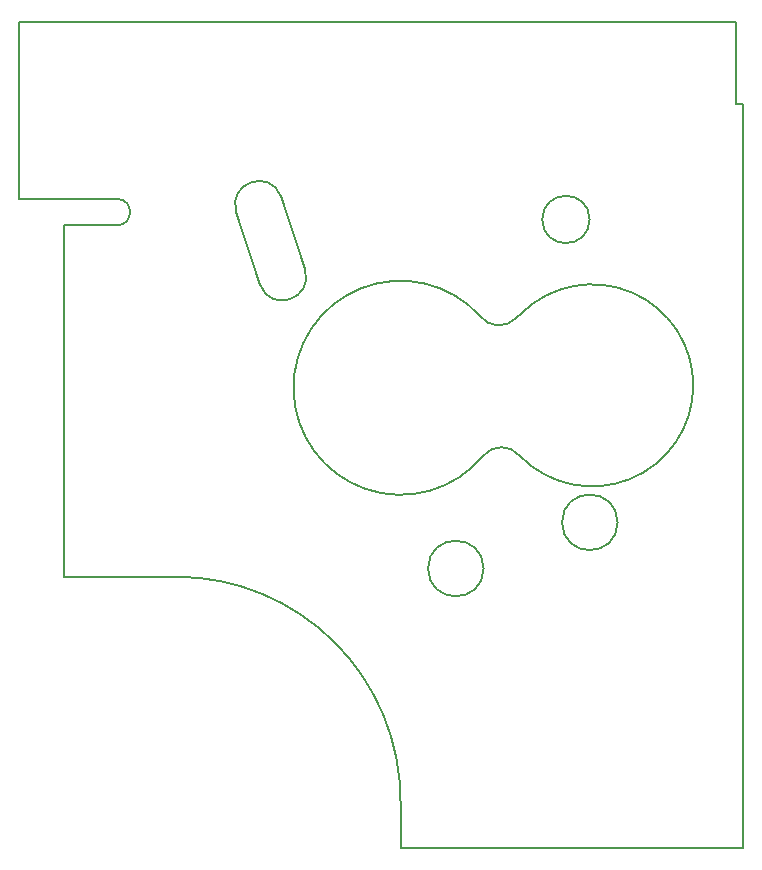
<source format=gbr>
G04 #@! TF.GenerationSoftware,KiCad,Pcbnew,8.0.8+dfsg-1*
G04 #@! TF.CreationDate,2025-03-16T16:51:27-04:00*
G04 #@! TF.ProjectId,RUST_Daughterboard,52555354-5f44-4617-9567-68746572626f,rev?*
G04 #@! TF.SameCoordinates,Original*
G04 #@! TF.FileFunction,Profile,NP*
%FSLAX46Y46*%
G04 Gerber Fmt 4.6, Leading zero omitted, Abs format (unit mm)*
G04 Created by KiCad (PCBNEW 8.0.8+dfsg-1) date 2025-03-16 16:51:27*
%MOMM*%
%LPD*%
G01*
G04 APERTURE LIST*
G04 #@! TA.AperFunction,Profile*
%ADD10C,0.150000*%
G04 #@! TD*
G04 APERTURE END LIST*
D10*
X159775000Y-94100000D02*
G75*
G02*
X156745900Y-93948530I-1449400J1378600D01*
G01*
X121500000Y-116000000D02*
X121500000Y-86250000D01*
X126000000Y-84000000D02*
X117700000Y-84000000D01*
X117700000Y-84000000D02*
X117700000Y-69000000D01*
X117700000Y-69000000D02*
X178400000Y-69000000D01*
X121500000Y-116000000D02*
X131000000Y-116000000D01*
X150000000Y-139000000D02*
X150000000Y-135000000D01*
X131000000Y-116000000D02*
G75*
G02*
X150000000Y-135000000I0J-19000000D01*
G01*
X157028000Y-115301000D02*
G75*
G02*
X152328000Y-115301000I-2350000J0D01*
G01*
X152328000Y-115301000D02*
G75*
G02*
X157028000Y-115301000I2350000J0D01*
G01*
X168374000Y-111394000D02*
G75*
G02*
X163674000Y-111394000I-2350000J0D01*
G01*
X163674000Y-111394000D02*
G75*
G02*
X168374000Y-111394000I2350000J0D01*
G01*
X156999999Y-105755654D02*
G75*
G02*
X160091527Y-105758227I1544701J-1278546D01*
G01*
X179000000Y-76000000D02*
X179000000Y-139000000D01*
X179000000Y-139000000D02*
X150000000Y-139000000D01*
X178400000Y-76000000D02*
X178400000Y-69000000D01*
X166000000Y-85750000D02*
G75*
G02*
X162000000Y-85750000I-2000000J0D01*
G01*
X162000000Y-85750000D02*
G75*
G02*
X166000000Y-85750000I2000000J0D01*
G01*
X138125000Y-91300000D02*
X136100000Y-85125000D01*
X159775000Y-94100000D02*
X160250001Y-93675001D01*
X156999999Y-105755654D02*
G75*
G02*
X156745904Y-93948527I-6999999J5755654D01*
G01*
X141900000Y-89975000D02*
G75*
G02*
X138124986Y-91300005I-1900600J-625200D01*
G01*
X136100000Y-85125000D02*
G75*
G02*
X139873829Y-83800437I1900000J625000D01*
G01*
X179000000Y-76000000D02*
X178400000Y-76000000D01*
X160250001Y-93675001D02*
G75*
G02*
X160091574Y-105758188I5976999J-6120999D01*
G01*
X126000000Y-84000001D02*
G75*
G02*
X126000000Y-86249999I-25000J-1124999D01*
G01*
X139875000Y-83800000D02*
X141900000Y-89975000D01*
X121500000Y-86250000D02*
X126000000Y-86250000D01*
M02*

</source>
